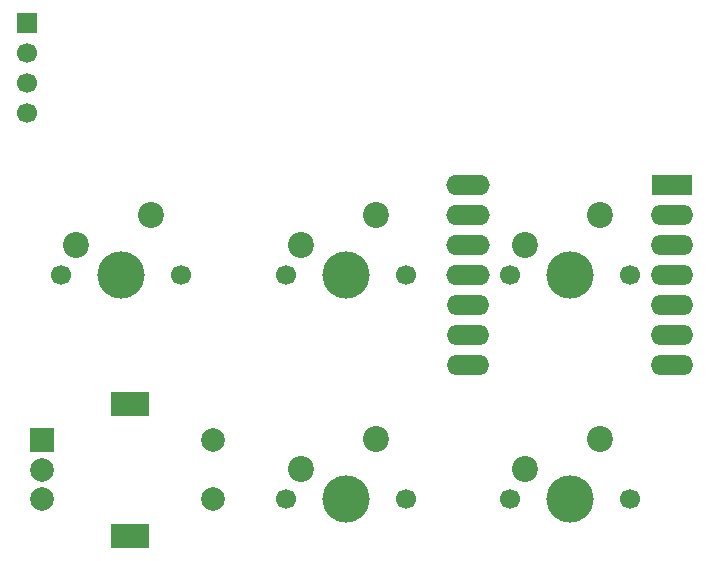
<source format=gbr>
%TF.GenerationSoftware,KiCad,Pcbnew,9.0.7-1.fc43*%
%TF.CreationDate,2026-02-19T19:52:45+02:00*%
%TF.ProjectId,Marcopad,4d617263-6f70-4616-942e-6b696361645f,rev?*%
%TF.SameCoordinates,Original*%
%TF.FileFunction,Soldermask,Bot*%
%TF.FilePolarity,Negative*%
%FSLAX46Y46*%
G04 Gerber Fmt 4.6, Leading zero omitted, Abs format (unit mm)*
G04 Created by KiCad (PCBNEW 9.0.7-1.fc43) date 2026-02-19 19:52:45*
%MOMM*%
%LPD*%
G01*
G04 APERTURE LIST*
%ADD10C,1.700000*%
%ADD11C,4.000000*%
%ADD12C,2.200000*%
%ADD13R,1.700000X1.700000*%
%ADD14R,2.000000X2.000000*%
%ADD15C,2.000000*%
%ADD16R,3.200000X2.000000*%
%ADD17R,3.500000X1.700000*%
%ADD18O,3.600000X1.700000*%
%ADD19O,3.700000X1.700000*%
G04 APERTURE END LIST*
D10*
%TO.C,SW6*%
X97920000Y-63000000D03*
D11*
X103000000Y-63000000D03*
D10*
X108080000Y-63000000D03*
D12*
X105540000Y-57920000D03*
X99190000Y-60460000D03*
%TD*%
D10*
%TO.C,SW1*%
X116920000Y-63000000D03*
D11*
X122000000Y-63000000D03*
D10*
X127080000Y-63000000D03*
D12*
X124540000Y-57920000D03*
X118190000Y-60460000D03*
%TD*%
D10*
%TO.C,SW4*%
X135920000Y-82000000D03*
D11*
X141000000Y-82000000D03*
D10*
X146080000Y-82000000D03*
D12*
X143540000Y-76920000D03*
X137190000Y-79460000D03*
%TD*%
D13*
%TO.C,J1*%
X95000000Y-41690000D03*
D10*
X95000000Y-44230000D03*
X95000000Y-46770000D03*
X95000000Y-49310000D03*
%TD*%
%TO.C,SW5*%
X116920000Y-82000000D03*
D11*
X122000000Y-82000000D03*
D10*
X127080000Y-82000000D03*
D12*
X124540000Y-76920000D03*
X118190000Y-79460000D03*
%TD*%
D10*
%TO.C,SW2*%
X135920000Y-63000000D03*
D11*
X141000000Y-63000000D03*
D10*
X146080000Y-63000000D03*
D12*
X143540000Y-57920000D03*
X137190000Y-60460000D03*
%TD*%
D14*
%TO.C,SW10*%
X96250000Y-77000000D03*
D15*
X96250000Y-82000000D03*
X96250000Y-79500000D03*
D16*
X103750000Y-73900000D03*
X103750000Y-85100000D03*
D15*
X110750000Y-82000000D03*
X110750000Y-77000000D03*
%TD*%
D17*
%TO.C,U1*%
X149625000Y-55380000D03*
D18*
X149625000Y-57920000D03*
X149625000Y-60460000D03*
X149625000Y-63000000D03*
X149625000Y-65540000D03*
X149625000Y-68080000D03*
X149625000Y-70620000D03*
X132375000Y-70620000D03*
X132375000Y-68080000D03*
X132375000Y-65540000D03*
D19*
X132375000Y-63000000D03*
X132375000Y-60460000D03*
X132375000Y-57920000D03*
X132375000Y-55380000D03*
%TD*%
M02*

</source>
